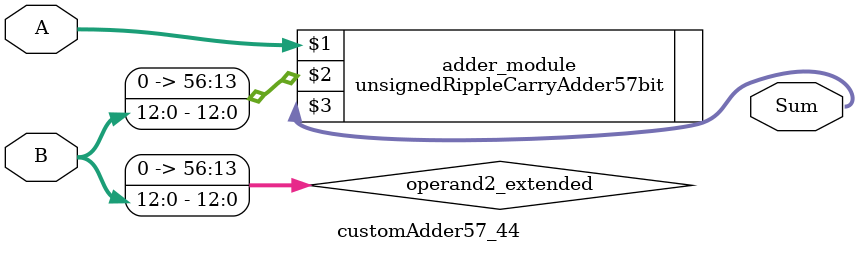
<source format=v>
module customAdder57_44(
                        input [56 : 0] A,
                        input [12 : 0] B,
                        
                        output [57 : 0] Sum
                );

        wire [56 : 0] operand2_extended;
        
        assign operand2_extended =  {44'b0, B};
        
        unsignedRippleCarryAdder57bit adder_module(
            A,
            operand2_extended,
            Sum
        );
        
        endmodule
        
</source>
